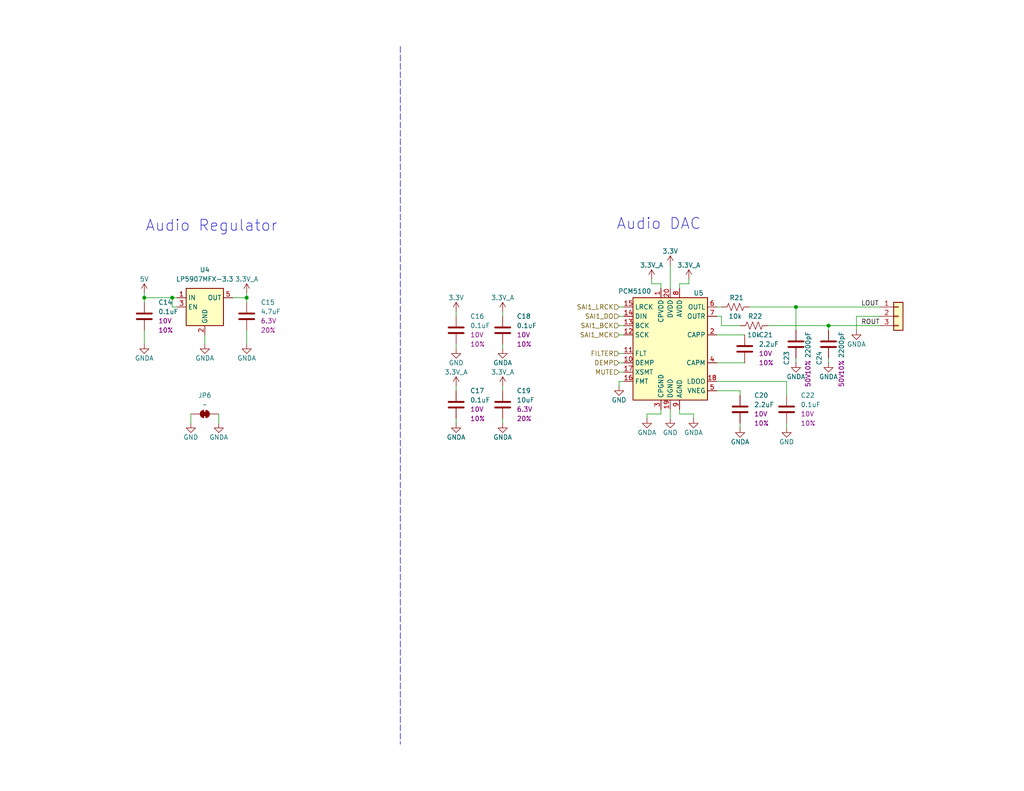
<source format=kicad_sch>
(kicad_sch (version 20231120) (generator "eeschema") (generator_version "8.0")
  (paper "A")
  (title_block (title "WAV Trigger Pro") (rev "1.0") (company "Robertsonics / SparkFun"))
  (lib_symbols
    (symbol "Qwiic_Turntable_Unique_Parts:LP5907MFX-3.3"
      (property "Reference" "U" (at -3.81 6.35 0))
      (property "Value" "LP5907MFX-3.3" (at 6.35 6.35 0))
      (symbol "LP5907MFX-3.3_0_1"
        (rectangle (start -5.08 5.08) (end 5.08 -5.08) (stroke (width 0.254)) (fill (type background)))
        (pin power_in line (at -7.62 2.54 0) (length 2.54) (name "IN") (number "1"))
        (pin power_in line (at 0 -7.62 90) (length 2.54) (name "GND") (number "2"))
        (pin input line (at -7.62 0 0) (length 2.54) (name "EN") (number "3"))
        (pin no_connect line (at 5.08 0 180) (length 2.54) hide (name "NC") (number "4"))
        (pin power_out line (at 7.62 2.54 180) (length 2.54) (name "OUT") (number "5"))
      )
    )
    (symbol "Qwiic_Turntable_Unique_Parts:PCM5100"
      (property "Reference" "U" (at -10.16 13.97 0))
      (property "Value" "PCM5100" (at 3.81 13.97 0))
      (symbol "PCM5100_0_1"
        (rectangle (start -10.16 12.7) (end 10.16 -15.24) (stroke (width 0.254)) (fill (type background)))
      )
      (symbol "PCM5100_1_1"
        (pin passive line (at -2.54 15.24 270) (length 2.54) (name "CPVDD") (number "1"))
        (pin input line (at -12.7 -5.08 0) (length 2.54) (name "DEMP") (number "10"))
        (pin input line (at -12.7 -2.54 0) (length 2.54) (name "FLT") (number "11"))
        (pin input line (at -12.7 2.54 0) (length 2.54) (name "SCK") (number "12"))
        (pin input line (at -12.7 5.08 0) (length 2.54) (name "BCK") (number "13"))
        (pin input line (at -12.7 7.62 0) (length 2.54) (name "DIN") (number "14"))
        (pin input line (at -12.7 10.16 0) (length 2.54) (name "LRCK") (number "15"))
        (pin input line (at -12.7 -10.16 0) (length 2.54) (name "FMT") (number "16"))
        (pin input line (at -12.7 -7.62 0) (length 2.54) (name "XSMT") (number "17"))
        (pin passive line (at 12.7 -10.16 180) (length 2.54) (name "LDOO") (number "18"))
        (pin power_in line (at 0 -17.78 90) (length 2.54) (name "DGND") (number "19"))
        (pin passive line (at 12.7 2.54 180) (length 2.54) (name "CAPP") (number "2"))
        (pin power_in line (at 0 15.24 270) (length 2.54) (name "DVDD") (number "20"))
        (pin power_in line (at -2.54 -17.78 90) (length 2.54) (name "CPGND") (number "3"))
        (pin passive line (at 12.7 -5.08 180) (length 2.54) (name "CAPM") (number "4"))
        (pin passive line (at 12.7 -12.7 180) (length 2.54) (name "VNEG") (number "5"))
        (pin output line (at 12.7 10.16 180) (length 2.54) (name "OUTL") (number "6"))
        (pin output line (at 12.7 7.62 180) (length 2.54) (name "OUTR") (number "7"))
        (pin power_in line (at 2.54 15.24 270) (length 2.54) (name "AVDD") (number "8"))
        (pin power_in line (at 2.54 -17.78 90) (length 2.54) (name "AGND") (number "9"))
      )
    )
    (symbol "SparkFun-Capacitor:0.1uF_0402_10V_10%" (pin_numbers hide) (pin_names (offset 0.254))
      (property "Reference" "C" (at 0.635 2.54 0))
      (property "Value" "0.1uF" (at 0.635 -2.54 0))
      (property "Voltage" "10V" (at 0 -6.35 0))
      (property "Tolerance" "10%" (at 0 -8.89 0))
      (symbol "0.1uF_0402_10V_10%_0_1"
        (polyline (pts (xy -2.032 -0.762) (xy 2.032 -0.762)) (stroke (width 0.508)))
        (polyline (pts (xy -2.032 0.762) (xy 2.032 0.762)) (stroke (width 0.508)))
      )
      (symbol "0.1uF_0402_10V_10%_1_1"
        (pin passive line (at 0 3.81 270) (length 2.794) (name "~") (number "1"))
        (pin passive line (at 0 -3.81 90) (length 2.794) (name "~") (number "2"))
      )
    )
    (symbol "SparkFun-Capacitor:10uF_0402_6.3V_20%" (pin_numbers hide) (pin_names (offset 0.254))
      (property "Reference" "C" (at 0.635 2.54 0))
      (property "Value" "10uF" (at 0.635 -2.54 0))
      (property "Voltage" "6.3V" (at 0 -6.35 0))
      (property "Tolerance" "20%" (at 0 -8.89 0))
      (symbol "10uF_0402_6.3V_20%_0_1"
        (polyline (pts (xy -2.032 -0.762) (xy 2.032 -0.762)) (stroke (width 0.508)))
        (polyline (pts (xy -2.032 0.762) (xy 2.032 0.762)) (stroke (width 0.508)))
      )
      (symbol "10uF_0402_6.3V_20%_1_1"
        (pin passive line (at 0 3.81 270) (length 2.794) (name "~") (number "1"))
        (pin passive line (at 0 -3.81 90) (length 2.794) (name "~") (number "2"))
      )
    )
    (symbol "SparkFun-Capacitor:2.2uF_0402_10V_10%" (pin_numbers hide) (pin_names (offset 0.254))
      (property "Reference" "C" (at 0.635 2.54 0))
      (property "Value" "2.2uF" (at 0.635 -2.54 0))
      (property "Voltage" "10V" (at 0 -6.35 0))
      (property "Tolerance" "10%" (at 0 -8.89 0))
      (symbol "2.2uF_0402_10V_10%_0_1"
        (polyline (pts (xy -2.032 -0.762) (xy 2.032 -0.762)) (stroke (width 0.508)))
        (polyline (pts (xy -2.032 0.762) (xy 2.032 0.762)) (stroke (width 0.508)))
      )
      (symbol "2.2uF_0402_10V_10%_1_1"
        (pin passive line (at 0 3.81 270) (length 2.794) (name "~") (number "1"))
        (pin passive line (at 0 -3.81 90) (length 2.794) (name "~") (number "2"))
      )
    )
    (symbol "SparkFun-Capacitor:2200pF_0402_50V_10%" (pin_numbers hide) (pin_names (offset 0.254))
      (property "Reference" "C" (at 0.635 2.54 0))
      (property "Value" "2200pF" (at 0.635 -2.54 0))
      (property "Voltage" "50V" (at 0 -6.35 0))
      (property "Tolerance" "10%" (at 0 -8.89 0))
      (symbol "2200pF_0402_50V_10%_0_1"
        (polyline (pts (xy -2.032 -0.762) (xy 2.032 -0.762)) (stroke (width 0.508)))
        (polyline (pts (xy -2.032 0.762) (xy 2.032 0.762)) (stroke (width 0.508)))
      )
      (symbol "2200pF_0402_50V_10%_1_1"
        (pin passive line (at 0 3.81 270) (length 2.794) (name "~") (number "1"))
        (pin passive line (at 0 -3.81 90) (length 2.794) (name "~") (number "2"))
      )
    )
    (symbol "SparkFun-Capacitor:4.7uF_0402_6.3V_10%" (pin_numbers hide) (pin_names (offset 0.254))
      (property "Reference" "C" (at 0.635 2.54 0))
      (property "Value" "4.7uF" (at 0.635 -2.54 0))
      (property "Voltage" "6.3V" (at 0 -6.35 0))
      (property "Tolerance" "20%" (at 0 -8.89 0))
      (symbol "4.7uF_0402_6.3V_10%_0_1"
        (polyline (pts (xy -2.032 -0.762) (xy 2.032 -0.762)) (stroke (width 0.508)))
        (polyline (pts (xy -2.032 0.762) (xy 2.032 0.762)) (stroke (width 0.508)))
      )
      (symbol "4.7uF_0402_6.3V_10%_1_1"
        (pin passive line (at 0 3.81 270) (length 2.794) (name "~") (number "1"))
        (pin passive line (at 0 -3.81 90) (length 2.794) (name "~") (number "2"))
      )
    )
    (symbol "SparkFun-Connector:Conn_01x03" (pin_names (offset 1.016) hide)
      (symbol "Conn_01x03_1_1"
        (rectangle (start -1.27 -2.413) (end 0 -2.667) (stroke (width 0.1524)))
        (rectangle (start -1.27 0.127) (end 0 -0.127) (stroke (width 0.1524)))
        (rectangle (start -1.27 2.667) (end 0 2.413) (stroke (width 0.1524)))
        (rectangle (start -1.27 3.81) (end 1.27 -3.81) (stroke (width 0.254)) (fill (type background)))
        (pin passive line (at -5.08 2.54 0) (length 3.81) (name "Pin_1") (number "1"))
        (pin passive line (at -5.08 0 0) (length 3.81) (name "Pin_2") (number "2"))
        (pin passive line (at -5.08 -2.54 0) (length 3.81) (name "Pin_3") (number "3"))
      )
    )
    (symbol "SparkFun-Jumper:SolderJumper_2_Bridged" (pin_numbers hide) (pin_names (offset 0) hide)
      (property "Reference" "JP" (at 0 2.032 0))
      (property "Value" "~" (at 0 -2.54 0))
      (symbol "SolderJumper_2_Bridged_0_1"
        (rectangle (start -0.508 0.508) (end 0.508 -0.508) (fill (type outline)))
        (arc (start -0.254 1.016) (mid -1.2656 0) (end -0.254 -1.016))
        (arc (start -0.254 1.016) (mid -1.2656 0) (end -0.254 -1.016) (fill (type outline)))
        (polyline (pts (xy -0.254 1.016) (xy -0.254 -1.016)))
        (polyline (pts (xy 0.254 1.016) (xy 0.254 -1.016)))
        (arc (start 0.254 -1.016) (mid 1.2656 0) (end 0.254 1.016))
        (arc (start 0.254 -1.016) (mid 1.2656 0) (end 0.254 1.016) (fill (type outline)))
      )
      (symbol "SolderJumper_2_Bridged_1_1"
        (pin passive line (at -3.81 0 0) (length 2.54) (name "A") (number "1"))
        (pin passive line (at 3.81 0 180) (length 2.54) (name "B") (number "2"))
      )
    )
    (symbol "SparkFun-PowerSymbol:3.3V" (power) (pin_names (offset 0))
      (property "Value" "3.3V" (at 0 3.81 0))
      (symbol "3.3V_0_1"
        (polyline (pts (xy -0.762 1.27) (xy 0 2.54)))
        (polyline (pts (xy 0 0) (xy 0 2.54)))
        (polyline (pts (xy 0 2.54) (xy 0.762 1.27)))
      )
      (symbol "3.3V_1_1"
        (pin power_in line (at 0 0 90) (length 0) hide (name "3.3V") (number "1"))
      )
    )
    (symbol "SparkFun-PowerSymbol:3.3V_A" (power) (pin_names (offset 0))
      (property "Value" "3.3V_A" (at 0 3.81 0))
      (symbol "3.3V_A_0_1"
        (polyline (pts (xy -0.762 1.27) (xy 0 2.54)))
        (polyline (pts (xy 0 0) (xy 0 2.54)))
        (polyline (pts (xy 0 2.54) (xy 0.762 1.27)))
      )
      (symbol "3.3V_A_1_1"
        (pin power_in line (at 0 0 90) (length 0) hide (name "3.3V_A") (number "1"))
      )
    )
    (symbol "SparkFun-PowerSymbol:5V" (power) (pin_names (offset 0))
      (property "Value" "5V" (at 0 3.81 0))
      (symbol "5V_0_1"
        (polyline (pts (xy -0.762 1.27) (xy 0 2.54)))
        (polyline (pts (xy 0 0) (xy 0 2.54)))
        (polyline (pts (xy 0 2.54) (xy 0.762 1.27)))
      )
      (symbol "5V_1_1"
        (pin power_in line (at 0 0 90) (length 0) hide (name "5V") (number "1"))
      )
    )
    (symbol "SparkFun-PowerSymbol:GND" (power) (pin_names (offset 0))
      (property "Value" "GND" (at 0 -3.81 0))
      (symbol "GND_0_1"
        (polyline (pts (xy 0 0) (xy 0 -1.27) (xy 1.27 -1.27) (xy 0 -2.54) (xy -1.27 -1.27) (xy 0 -1.27)))
      )
      (symbol "GND_1_1"
        (pin power_in line (at 0 0 270) (length 0) hide (name "GND") (number "1"))
      )
    )
    (symbol "SparkFun-Resistor:10k_0402" (pin_numbers hide) (pin_names (offset 0))
      (property "Reference" "R" (at 0 -2.54 0))
      (property "Value" "10k" (at 0 2.54 0))
      (symbol "10k_0402_0_1"
        (polyline (pts (xy -2.286 0) (xy -2.54 0)))
        (polyline (pts (xy 2.286 0) (xy 2.54 0)))
        (polyline (pts (xy -0.762 0) (xy -1.143 -1.016) (xy -1.524 0) (xy -1.905 1.016) (xy -2.286 0)))
        (polyline (pts (xy 0.762 0) (xy 0.381 -1.016) (xy 0 0) (xy -0.381 1.016) (xy -0.762 0)))
        (polyline (pts (xy 2.286 0) (xy 1.905 -1.016) (xy 1.524 0) (xy 1.143 1.016) (xy 0.762 0)))
      )
      (symbol "10k_0402_1_1"
        (pin passive line (at 3.81 0 180) (length 1.27) (name "~") (number "1"))
        (pin passive line (at -3.81 0 0) (length 1.27) (name "~") (number "2"))
      )
    )
    (symbol "power:GNDA" (power) (pin_numbers hide) (pin_names (offset 0) hide)
      (property "Value" "GNDA" (at 0 -3.81 0))
      (symbol "GNDA_0_1"
        (polyline (pts (xy 0 0) (xy 0 -1.27) (xy 1.27 -1.27) (xy 0 -2.54) (xy -1.27 -1.27) (xy 0 -1.27)))
      )
      (symbol "GNDA_1_1"
        (pin power_in line (at 0 0 270) (length 0) (name "~") (number "1"))
      )
    )
  )
  (junction (at 39.37 81.28))
  (junction (at 226.06 88.9))
  (junction (at 67.31 81.28))
  (junction (at 46.99 81.28))
  (junction (at 217.17 83.82))
  (wire (pts (xy 217.17 83.82) (xy 240.03 83.82)))
  (wire (pts (xy 46.99 83.82) (xy 46.99 81.28)))
  (wire (pts (xy 124.46 115.57) (xy 124.46 114.3)))
  (wire (pts (xy 137.16 85.09) (xy 137.16 86.36)))
  (wire (pts (xy 59.69 113.03) (xy 59.69 115.57)))
  (wire (pts (xy 67.31 80.01) (xy 67.31 81.28)))
  (wire (pts (xy 52.07 113.03) (xy 52.07 115.57)))
  (wire (pts (xy 195.58 104.14) (xy 214.63 104.14)))
  (wire (pts (xy 137.16 95.25) (xy 137.16 93.98)))
  (wire (pts (xy 168.91 91.44) (xy 170.18 91.44)))
  (wire (pts (xy 168.91 99.06) (xy 170.18 99.06)))
  (wire (pts (xy 185.42 111.76) (xy 185.42 113.03)))
  (wire (pts (xy 67.31 90.17) (xy 67.31 93.98)))
  (wire (pts (xy 180.34 111.76) (xy 180.34 113.03)))
  (polyline (pts (xy 109.22 12.7) (xy 109.22 203.2)) (stroke (width 0) (type dash)))
  (wire (pts (xy 137.16 115.57) (xy 137.16 114.3)))
  (wire (pts (xy 39.37 90.17) (xy 39.37 93.98)))
  (wire (pts (xy 168.91 101.6) (xy 170.18 101.6)))
  (wire (pts (xy 168.91 83.82) (xy 170.18 83.82)))
  (wire (pts (xy 201.93 106.68) (xy 201.93 107.95)))
  (wire (pts (xy 226.06 88.9) (xy 226.06 90.17)))
  (wire (pts (xy 48.26 83.82) (xy 46.99 83.82)))
  (wire (pts (xy 180.34 77.47) (xy 177.8 77.47)))
  (wire (pts (xy 196.85 83.82) (xy 195.58 83.82)))
  (wire (pts (xy 233.68 86.36) (xy 233.68 90.17)))
  (wire (pts (xy 168.91 88.9) (xy 170.18 88.9)))
  (wire (pts (xy 226.06 88.9) (xy 240.03 88.9)))
  (wire (pts (xy 201.93 115.57) (xy 201.93 116.84)))
  (wire (pts (xy 204.47 83.82) (xy 217.17 83.82)))
  (wire (pts (xy 195.58 91.44) (xy 203.2 91.44)))
  (wire (pts (xy 217.17 97.79) (xy 217.17 99.06)))
  (wire (pts (xy 170.18 104.14) (xy 168.91 104.14)))
  (wire (pts (xy 214.63 115.57) (xy 214.63 116.84)))
  (wire (pts (xy 209.55 88.9) (xy 226.06 88.9)))
  (wire (pts (xy 195.58 86.36) (xy 196.85 86.36)))
  (wire (pts (xy 124.46 85.09) (xy 124.46 86.36)))
  (wire (pts (xy 187.96 77.47) (xy 187.96 76.2)))
  (wire (pts (xy 196.85 88.9) (xy 201.93 88.9)))
  (wire (pts (xy 217.17 83.82) (xy 217.17 90.17)))
  (wire (pts (xy 46.99 81.28) (xy 48.26 81.28)))
  (wire (pts (xy 168.91 96.52) (xy 170.18 96.52)))
  (wire (pts (xy 196.85 86.36) (xy 196.85 88.9)))
  (wire (pts (xy 180.34 78.74) (xy 180.34 77.47)))
  (wire (pts (xy 185.42 113.03) (xy 189.23 113.03)))
  (wire (pts (xy 182.88 72.39) (xy 182.88 78.74)))
  (wire (pts (xy 168.91 86.36) (xy 170.18 86.36)))
  (wire (pts (xy 137.16 106.68) (xy 137.16 105.41)))
  (wire (pts (xy 189.23 113.03) (xy 189.23 114.3)))
  (wire (pts (xy 177.8 77.47) (xy 177.8 76.2)))
  (wire (pts (xy 180.34 113.03) (xy 176.53 113.03)))
  (wire (pts (xy 195.58 99.06) (xy 203.2 99.06)))
  (wire (pts (xy 195.58 106.68) (xy 201.93 106.68)))
  (wire (pts (xy 240.03 86.36) (xy 233.68 86.36)))
  (wire (pts (xy 176.53 113.03) (xy 176.53 114.3)))
  (wire (pts (xy 63.5 81.28) (xy 67.31 81.28)))
  (wire (pts (xy 168.91 104.14) (xy 168.91 105.41)))
  (wire (pts (xy 226.06 97.79) (xy 226.06 99.06)))
  (wire (pts (xy 214.63 104.14) (xy 214.63 107.95)))
  (wire (pts (xy 124.46 95.25) (xy 124.46 93.98)))
  (wire (pts (xy 124.46 106.68) (xy 124.46 105.41)))
  (wire (pts (xy 67.31 81.28) (xy 67.31 82.55)))
  (wire (pts (xy 185.42 78.74) (xy 185.42 77.47)))
  (wire (pts (xy 39.37 81.28) (xy 39.37 82.55)))
  (wire (pts (xy 182.88 111.76) (xy 182.88 114.3)))
  (wire (pts (xy 185.42 77.47) (xy 187.96 77.47)))
  (wire (pts (xy 39.37 81.28) (xy 46.99 81.28)))
  (wire (pts (xy 39.37 80.01) (xy 39.37 81.28)))
  (wire (pts (xy 55.88 91.44) (xy 55.88 93.98)))
  (text "Audio DAC" (at 168.148 62.992 0) (effects (font (size 3 3)) (justify left bottom)))
  (text "Audio Regulator" (at 39.624 63.5 0) (effects (font (size 3 3)) (justify left bottom)))
  (label "LOUT" (at 234.95 83.82 0))
  (label "ROUT" (at 234.95 88.9 0))
  (hierarchical_label "SAI1_BCK" (shape input) (at 168.91 88.9 180))
  (hierarchical_label "SAI1_LRCK" (shape input) (at 168.91 83.82 180))
  (hierarchical_label "SAI1_DO" (shape input) (at 168.91 86.36 180))
  (hierarchical_label "SAI1_MCK" (shape input) (at 168.91 91.44 180))
  (hierarchical_label "DEMP" (shape input) (at 168.91 99.06 180))
  (hierarchical_label "FILTER" (shape input) (at 168.91 96.52 180))
  (hierarchical_label "MUTE" (shape input) (at 168.91 101.6 180))
  (symbol (lib_id "SparkFun-Capacitor:0.1uF_0402_10V_10%") (at 214.63 111.76 0) (unit 1)
    (property "Reference" "C22" (at 218.44 107.9499 0) (effects (justify left)))
    (property "Value" "0.1uF" (at 218.44 110.4899 0) (effects (justify left)))
    (property "Footprint" "SparkFun-Capacitor:C_0402_1005Metric" (effects (hide yes)))
    (property "Datasheet" "https://cdn.sparkfun.com/assets/8/a/4/a/5/Kemet_Capacitor_Datasheet.pdf" (effects (hide yes)))
    (property "Description" "Unpolarized capacitor" (effects (hide yes)))
    (property "PROD_ID" "CAP-15083" (effects (hide yes)))
    (property "Voltage" "10V" (at 218.44 113.0299 0) (effects (justify left)))
    (property "Tolerance" "10%" (at 218.44 115.5699 0) (effects (justify left)))
  )
  (symbol (lib_id "SparkFun-Capacitor:4.7uF_0402_6.3V_10%") (at 67.31 86.36 0) (unit 1)
    (property "Reference" "C15" (at 71.12 82.5499 0) (effects (justify left)))
    (property "Value" "4.7uF" (at 71.12 85.0899 0) (effects (justify left)))
    (property "Footprint" "SparkFun-Capacitor:C_0402_1005Metric" (effects (hide yes)))
    (property "Datasheet" "https://cdn.sparkfun.com/assets/8/a/4/a/5/Kemet_Capacitor_Datasheet.pdf" (effects (hide yes)))
    (property "Description" "Unpolarized capacitor" (effects (hide yes)))
    (property "PROD_ID" "CAP-14240" (effects (hide yes)))
    (property "Voltage" "6.3V" (at 71.12 87.6299 0) (effects (justify left)))
    (property "Tolerance" "20%" (at 71.12 90.1699 0) (effects (justify left)))
  )
  (symbol (lib_id "SparkFun-PowerSymbol:3.3V") (at 124.46 85.09 0) (unit 1)
    (property "Reference" "#PWR057" (effects (hide yes)))
    (property "Value" "3.3V" (at 124.46 81.28 0))
  )
  (symbol (lib_id "SparkFun-PowerSymbol:3.3V_A") (at 187.96 76.2 0) (unit 1)
    (property "Reference" "#PWR068" (effects (hide yes)))
    (property "Value" "3.3V_A" (at 187.96 72.39 0))
  )
  (symbol (lib_id "power:GNDA") (at 233.68 90.17 0) (unit 1)
    (property "Reference" "#PWR073" (effects (hide yes)))
    (property "Value" "GNDA" (at 233.68 93.98 0))
    (property "Description" "Power symbol creates a global label with name \"GNDA\" , analog ground" (effects (hide yes)))
  )
  (symbol (lib_id "SparkFun-Resistor:10k_0402") (at 200.66 83.82 0) (unit 1)
    (property "Reference" "R21" (at 202.946 81.28 0) (effects (justify right)))
    (property "Value" "10k" (at 202.438 86.36 0) (effects (justify right)))
    (property "Footprint" "SparkFun-Resistor:R_0402_1005Metric" (effects (hide yes)))
    (property "Datasheet" "https://www.vishay.com/docs/20035/dcrcwe3.pdf" (effects (hide yes)))
    (property "Description" "Resistor" (effects (hide yes)))
    (property "PROD_ID" "RES-14241" (effects (hide yes)))
  )
  (symbol (lib_id "power:GNDA") (at 59.69 115.57 0) (unit 1)
    (property "Reference" "#PWR078" (effects (hide yes)))
    (property "Value" "GNDA" (at 59.69 119.38 0))
    (property "Description" "Power symbol creates a global label with name \"GNDA\" , analog ground" (effects (hide yes)))
  )
  (symbol (lib_id "SparkFun-Capacitor:2.2uF_0402_10V_10%") (at 203.2 95.25 0) (unit 1)
    (property "Reference" "C21" (at 207.01 91.4399 0) (effects (justify left)))
    (property "Value" "2.2uF" (at 207.01 93.9799 0) (effects (justify left)))
    (property "Footprint" "SparkFun-Capacitor:C_0402_1005Metric" (effects (hide yes)))
    (property "Datasheet" "https://cdn.sparkfun.com/assets/8/a/4/a/5/Kemet_Capacitor_Datasheet.pdf" (effects (hide yes)))
    (property "Description" "Unpolarized capacitor" (effects (hide yes)))
    (property "PROD_ID" "CAP-14232" (effects (hide yes)))
    (property "Voltage" "10V" (at 207.01 96.5199 0) (effects (justify left)))
    (property "Tolerance" "10%" (at 207.01 99.0599 0) (effects (justify left)))
  )
  (symbol (lib_id "SparkFun-Capacitor:0.1uF_0402_10V_10%") (at 124.46 90.17 0) (unit 1)
    (property "Reference" "C16" (at 128.27 86.3599 0) (effects (justify left)))
    (property "Value" "0.1uF" (at 128.27 88.8999 0) (effects (justify left)))
    (property "Footprint" "SparkFun-Capacitor:C_0402_1005Metric" (effects (hide yes)))
    (property "Datasheet" "https://cdn.sparkfun.com/assets/8/a/4/a/5/Kemet_Capacitor_Datasheet.pdf" (effects (hide yes)))
    (property "Description" "Unpolarized capacitor" (effects (hide yes)))
    (property "PROD_ID" "CAP-15083" (effects (hide yes)))
    (property "Voltage" "10V" (at 128.27 91.4399 0) (effects (justify left)))
    (property "Tolerance" "10%" (at 128.27 93.9799 0) (effects (justify left)))
  )
  (symbol (lib_id "SparkFun-PowerSymbol:GND") (at 182.88 114.3 0) (unit 1)
    (property "Reference" "#PWR067" (effects (hide yes)))
    (property "Value" "GND" (at 182.88 118.11 0))
  )
  (symbol (lib_id "SparkFun-Capacitor:2200pF_0402_50V_10%") (at 226.06 93.98 0) (mirror y) (unit 1)
    (property "Reference" "C24" (at 223.52 97.79 90))
    (property "Value" "2200pF" (at 229.616 97.79 90) (effects (justify left)))
    (property "Footprint" "SparkFun-Capacitor:C_0402_1005Metric" (effects (hide yes)))
    (property "Datasheet" "https://cdn.sparkfun.com/assets/8/a/4/a/5/Kemet_Capacitor_Datasheet.pdf" (effects (hide yes)))
    (property "Description" "Unpolarized capacitor" (effects (hide yes)))
    (property "PROD_ID" "CAP-22103" (effects (hide yes)))
    (property "Voltage" "50V" (at 229.616 103.886 90))
    (property "Tolerance" "10%" (at 229.616 100.33 90))
  )
  (symbol (lib_id "SparkFun-PowerSymbol:3.3V_A") (at 67.31 80.01 0) (unit 1)
    (property "Reference" "#PWR055" (effects (hide yes)))
    (property "Value" "3.3V_A" (at 67.31 76.2 0))
  )
  (symbol (lib_id "SparkFun-PowerSymbol:3.3V_A") (at 137.16 105.41 0) (unit 1)
    (property "Reference" "#PWR063" (effects (hide yes)))
    (property "Value" "3.3V_A" (at 137.16 101.6 0))
  )
  (symbol (lib_id "SparkFun-Capacitor:0.1uF_0402_10V_10%") (at 124.46 110.49 0) (unit 1)
    (property "Reference" "C17" (at 128.27 106.6799 0) (effects (justify left)))
    (property "Value" "0.1uF" (at 128.27 109.2199 0) (effects (justify left)))
    (property "Footprint" "SparkFun-Capacitor:C_0402_1005Metric" (effects (hide yes)))
    (property "Datasheet" "https://cdn.sparkfun.com/assets/8/a/4/a/5/Kemet_Capacitor_Datasheet.pdf" (effects (hide yes)))
    (property "Description" "Unpolarized capacitor" (effects (hide yes)))
    (property "PROD_ID" "CAP-15083" (effects (hide yes)))
    (property "Voltage" "10V" (at 128.27 111.7599 0) (effects (justify left)))
    (property "Tolerance" "10%" (at 128.27 114.2999 0) (effects (justify left)))
  )
  (symbol (lib_id "SparkFun-PowerSymbol:GND") (at 52.07 115.57 0) (unit 1)
    (property "Reference" "#PWR077" (effects (hide yes)))
    (property "Value" "GND" (at 52.07 119.38 0))
  )
  (symbol (lib_id "SparkFun-PowerSymbol:3.3V_A") (at 177.8 76.2 0) (unit 1)
    (property "Reference" "#PWR081" (effects (hide yes)))
    (property "Value" "3.3V_A" (at 177.8 72.39 0))
  )
  (symbol (lib_id "SparkFun-Connector:Conn_01x03") (at 245.11 86.36 0) (unit 1)
    (property "Reference" "J8" (effects (hide yes)))
    (property "Value" "Conn_01x03" (effects (hide yes)))
    (property "Footprint" "SparkFun-Connector:1x03" (effects (hide yes)))
  )
  (symbol (lib_id "power:GNDA") (at 201.93 116.84 0) (unit 1)
    (property "Reference" "#PWR072" (effects (hide yes)))
    (property "Value" "GNDA" (at 201.93 120.65 0))
    (property "Description" "Power symbol creates a global label with name \"GNDA\" , analog ground" (effects (hide yes)))
  )
  (symbol (lib_id "SparkFun-Capacitor:2.2uF_0402_10V_10%") (at 201.93 111.76 0) (unit 1)
    (property "Reference" "C20" (at 205.74 107.9499 0) (effects (justify left)))
    (property "Value" "2.2uF" (at 205.74 110.4899 0) (effects (justify left)))
    (property "Footprint" "SparkFun-Capacitor:C_0402_1005Metric" (effects (hide yes)))
    (property "Datasheet" "https://cdn.sparkfun.com/assets/8/a/4/a/5/Kemet_Capacitor_Datasheet.pdf" (effects (hide yes)))
    (property "Description" "Unpolarized capacitor" (effects (hide yes)))
    (property "PROD_ID" "CAP-14232" (effects (hide yes)))
    (property "Voltage" "10V" (at 205.74 113.0299 0) (effects (justify left)))
    (property "Tolerance" "10%" (at 205.74 115.5699 0) (effects (justify left)))
  )
  (symbol (lib_id "SparkFun-Capacitor:0.1uF_0402_10V_10%") (at 39.37 86.36 0) (unit 1)
    (property "Reference" "C14" (at 43.18 82.5499 0) (effects (justify left)))
    (property "Value" "0.1uF" (at 43.18 85.0899 0) (effects (justify left)))
    (property "Footprint" "SparkFun-Capacitor:C_0402_1005Metric" (effects (hide yes)))
    (property "Datasheet" "https://cdn.sparkfun.com/assets/8/a/4/a/5/Kemet_Capacitor_Datasheet.pdf" (effects (hide yes)))
    (property "Description" "Unpolarized capacitor" (effects (hide yes)))
    (property "PROD_ID" "CAP-15083" (effects (hide yes)))
    (property "Voltage" "10V" (at 43.18 87.6299 0) (effects (justify left)))
    (property "Tolerance" "10%" (at 43.18 90.1699 0) (effects (justify left)))
  )
  (symbol (lib_id "SparkFun-Jumper:SolderJumper_2_Bridged") (at 55.88 113.03 180) (unit 1)
    (property "Reference" "JP6" (at 55.88 107.95 0))
    (property "Value" "~" (at 55.88 110.49 0))
    (property "Footprint" "SparkFun-Jumper:Jumper_2_NC_Trace" (effects (hide yes)))
  )
  (symbol (lib_id "power:GNDA") (at 67.31 93.98 0) (unit 1)
    (property "Reference" "#PWR056" (effects (hide yes)))
    (property "Value" "GNDA" (at 67.31 97.79 0))
    (property "Description" "Power symbol creates a global label with name \"GNDA\" , analog ground" (effects (hide yes)))
  )
  (symbol (lib_id "SparkFun-PowerSymbol:GND") (at 214.63 116.84 0) (unit 1)
    (property "Reference" "#PWR071" (effects (hide yes)))
    (property "Value" "GND" (at 214.63 120.65 0))
  )
  (symbol (lib_id "power:GNDA") (at 217.17 99.06 0) (unit 1)
    (property "Reference" "#PWR070" (effects (hide yes)))
    (property "Value" "GNDA" (at 217.17 102.87 0))
    (property "Description" "Power symbol creates a global label with name \"GNDA\" , analog ground" (effects (hide yes)))
  )
  (symbol (lib_id "power:GNDA") (at 137.16 95.25 0) (unit 1)
    (property "Reference" "#PWR062" (effects (hide yes)))
    (property "Value" "GNDA" (at 137.16 99.06 0))
    (property "Description" "Power symbol creates a global label with name \"GNDA\" , analog ground" (effects (hide yes)))
  )
  (symbol (lib_id "SparkFun-Capacitor:10uF_0402_6.3V_20%") (at 137.16 110.49 0) (unit 1)
    (property "Reference" "C19" (at 140.97 106.6799 0) (effects (justify left)))
    (property "Value" "10uF" (at 140.97 109.2199 0) (effects (justify left)))
    (property "Footprint" "SparkFun-Capacitor:C_0402_1005Metric" (effects (hide yes)))
    (property "Datasheet" "https://cdn.sparkfun.com/assets/8/a/4/a/5/Kemet_Capacitor_Datasheet.pdf" (effects (hide yes)))
    (property "Description" "Unpolarized capacitor" (effects (hide yes)))
    (property "PROD_ID" "CAP-14848" (effects (hide yes)))
    (property "Voltage" "6.3V" (at 140.97 111.7599 0) (effects (justify left)))
    (property "Tolerance" "20%" (at 140.97 114.2999 0) (effects (justify left)))
  )
  (symbol (lib_id "Qwiic_Turntable_Unique_Parts:LP5907MFX-3.3") (at 55.88 83.82 0) (unit 1)
    (property "Reference" "U4" (at 55.88 73.66 0))
    (property "Value" "LP5907MFX-3.3" (at 55.88 76.2 0))
    (property "Footprint" "SparkFun-Semiconductor-Standard:SOT23-5" (effects (hide yes)))
    (property "Datasheet" "http://www.ti.com/lit/ds/symlink/lp5907.pdf" (effects (hide yes)))
    (property "Description" "250mA Ultra-Low-Noise Low-IQ LDO, 3.3V, SOT-23" (effects (hide yes)))
    (property "PROD_ID" "IC-22105" (effects (hide yes)))
  )
  (symbol (lib_id "SparkFun-Capacitor:0.1uF_0402_10V_10%") (at 137.16 90.17 0) (unit 1)
    (property "Reference" "C18" (at 140.97 86.3599 0) (effects (justify left)))
    (property "Value" "0.1uF" (at 140.97 88.8999 0) (effects (justify left)))
    (property "Footprint" "SparkFun-Capacitor:C_0402_1005Metric" (effects (hide yes)))
    (property "Datasheet" "https://cdn.sparkfun.com/assets/8/a/4/a/5/Kemet_Capacitor_Datasheet.pdf" (effects (hide yes)))
    (property "Description" "Unpolarized capacitor" (effects (hide yes)))
    (property "PROD_ID" "CAP-15083" (effects (hide yes)))
    (property "Voltage" "10V" (at 140.97 91.4399 0) (effects (justify left)))
    (property "Tolerance" "10%" (at 140.97 93.9799 0) (effects (justify left)))
  )
  (symbol (lib_id "power:GNDA") (at 226.06 99.06 0) (unit 1)
    (property "Reference" "#PWR069" (effects (hide yes)))
    (property "Value" "GNDA" (at 226.06 102.87 0))
    (property "Description" "Power symbol creates a global label with name \"GNDA\" , analog ground" (effects (hide yes)))
  )
  (symbol (lib_id "power:GNDA") (at 189.23 114.3 0) (unit 1)
    (property "Reference" "#PWR079" (effects (hide yes)))
    (property "Value" "GNDA" (at 189.23 118.11 0))
    (property "Description" "Power symbol creates a global label with name \"GNDA\" , analog ground" (effects (hide yes)))
  )
  (symbol (lib_id "SparkFun-Capacitor:2200pF_0402_50V_10%") (at 217.17 93.98 0) (mirror y) (unit 1)
    (property "Reference" "C23" (at 214.63 97.79 90))
    (property "Value" "2200pF" (at 220.472 97.79 90) (effects (justify left)))
    (property "Footprint" "SparkFun-Capacitor:C_0402_1005Metric" (effects (hide yes)))
    (property "Datasheet" "https://cdn.sparkfun.com/assets/8/a/4/a/5/Kemet_Capacitor_Datasheet.pdf" (effects (hide yes)))
    (property "Description" "Unpolarized capacitor" (effects (hide yes)))
    (property "PROD_ID" "CAP-22103" (effects (hide yes)))
    (property "Voltage" "50V" (at 220.472 103.886 90))
    (property "Tolerance" "10%" (at 220.472 100.33 90))
  )
  (symbol (lib_id "power:GNDA") (at 124.46 115.57 0) (unit 1)
    (property "Reference" "#PWR060" (effects (hide yes)))
    (property "Value" "GNDA" (at 124.46 119.38 0))
    (property "Description" "Power symbol creates a global label with name \"GNDA\" , analog ground" (effects (hide yes)))
  )
  (symbol (lib_id "SparkFun-PowerSymbol:3.3V_A") (at 137.16 85.09 0) (unit 1)
    (property "Reference" "#PWR061" (effects (hide yes)))
    (property "Value" "3.3V_A" (at 137.16 81.28 0))
  )
  (symbol (lib_id "SparkFun-PowerSymbol:5V") (at 39.37 80.01 0) (unit 1)
    (property "Reference" "#PWR052" (effects (hide yes)))
    (property "Value" "5V" (at 39.37 76.2 0))
  )
  (symbol (lib_id "SparkFun-PowerSymbol:3.3V") (at 182.88 72.39 0) (unit 1)
    (property "Reference" "#PWR066" (effects (hide yes)))
    (property "Value" "3.3V" (at 182.88 68.58 0))
  )
  (symbol (lib_id "power:GNDA") (at 176.53 114.3 0) (unit 1)
    (property "Reference" "#PWR080" (effects (hide yes)))
    (property "Value" "GNDA" (at 176.53 118.11 0))
    (property "Description" "Power symbol creates a global label with name \"GNDA\" , analog ground" (effects (hide yes)))
  )
  (symbol (lib_id "SparkFun-Resistor:10k_0402") (at 205.74 88.9 0) (unit 1)
    (property "Reference" "R22" (at 208.026 86.36 0) (effects (justify right)))
    (property "Value" "10k" (at 207.518 91.44 0) (effects (justify right)))
    (property "Footprint" "SparkFun-Resistor:R_0402_1005Metric" (effects (hide yes)))
    (property "Datasheet" "https://www.vishay.com/docs/20035/dcrcwe3.pdf" (effects (hide yes)))
    (property "Description" "Resistor" (effects (hide yes)))
    (property "PROD_ID" "RES-14241" (effects (hide yes)))
  )
  (symbol (lib_id "power:GNDA") (at 55.88 93.98 0) (unit 1)
    (property "Reference" "#PWR054" (effects (hide yes)))
    (property "Value" "GNDA" (at 55.88 97.79 0))
    (property "Description" "Power symbol creates a global label with name \"GNDA\" , analog ground" (effects (hide yes)))
  )
  (symbol (lib_id "power:GNDA") (at 137.16 115.57 0) (unit 1)
    (property "Reference" "#PWR064" (effects (hide yes)))
    (property "Value" "GNDA" (at 137.16 119.38 0))
    (property "Description" "Power symbol creates a global label with name \"GNDA\" , analog ground" (effects (hide yes)))
  )
  (symbol (lib_id "SparkFun-PowerSymbol:GND") (at 124.46 95.25 0) (unit 1)
    (property "Reference" "#PWR058" (effects (hide yes)))
    (property "Value" "GND" (at 124.46 99.06 0))
  )
  (symbol (lib_id "power:GNDA") (at 39.37 93.98 0) (unit 1)
    (property "Reference" "#PWR053" (effects (hide yes)))
    (property "Value" "GNDA" (at 39.37 97.79 0))
    (property "Description" "Power symbol creates a global label with name \"GNDA\" , analog ground" (effects (hide yes)))
  )
  (symbol (lib_id "SparkFun-PowerSymbol:GND") (at 168.91 105.41 0) (unit 1)
    (property "Reference" "#PWR065" (effects (hide yes)))
    (property "Value" "GND" (at 168.91 109.22 0))
  )
  (symbol (lib_id "SparkFun-PowerSymbol:3.3V_A") (at 124.46 105.41 0) (unit 1)
    (property "Reference" "#PWR059" (effects (hide yes)))
    (property "Value" "3.3V_A" (at 124.46 101.6 0))
  )
  (symbol (lib_id "Qwiic_Turntable_Unique_Parts:PCM5100") (at 182.88 93.98 0) (unit 1)
    (property "Reference" "U5" (at 189.23 80.01 0) (effects (justify left)))
    (property "Value" "PCM5100" (at 168.656 79.502 0) (effects (justify left)))
    (property "Footprint" "SparkFun-Semiconductor-Standard:TSSOP-20_4.4x6.5mm_P0.65mm" (effects (hide yes)))
    (property "Datasheet" "http://www.ti.com/lit/ds/symlink/pcm5100.pdf" (effects (hide yes)))
    (property "Description" "2VRMS DirectPath, 100dB Audio Stereo DAC with 32-bit, 384kHz PCM Interface, TSSOP-20" (effects (hide yes)))
    (property "PROD_ID" "IC-11708" (effects (hide yes)))
  )
)
</source>
